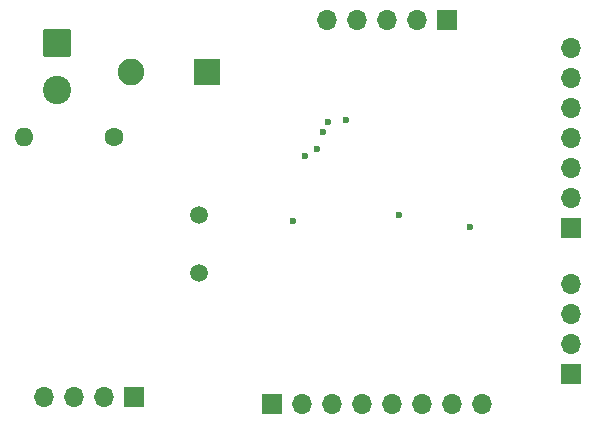
<source format=gbs>
G04 #@! TF.GenerationSoftware,KiCad,Pcbnew,8.0.8-8.0.8-0~ubuntu24.04.1*
G04 #@! TF.CreationDate,2025-08-03T14:05:13+02:00*
G04 #@! TF.ProjectId,atmega328,61746d65-6761-4333-9238-2e6b69636164,rev?*
G04 #@! TF.SameCoordinates,Original*
G04 #@! TF.FileFunction,Soldermask,Bot*
G04 #@! TF.FilePolarity,Negative*
%FSLAX46Y46*%
G04 Gerber Fmt 4.6, Leading zero omitted, Abs format (unit mm)*
G04 Created by KiCad (PCBNEW 8.0.8-8.0.8-0~ubuntu24.04.1) date 2025-08-03 14:05:13*
%MOMM*%
%LPD*%
G01*
G04 APERTURE LIST*
G04 Aperture macros list*
%AMRoundRect*
0 Rectangle with rounded corners*
0 $1 Rounding radius*
0 $2 $3 $4 $5 $6 $7 $8 $9 X,Y pos of 4 corners*
0 Add a 4 corners polygon primitive as box body*
4,1,4,$2,$3,$4,$5,$6,$7,$8,$9,$2,$3,0*
0 Add four circle primitives for the rounded corners*
1,1,$1+$1,$2,$3*
1,1,$1+$1,$4,$5*
1,1,$1+$1,$6,$7*
1,1,$1+$1,$8,$9*
0 Add four rect primitives between the rounded corners*
20,1,$1+$1,$2,$3,$4,$5,0*
20,1,$1+$1,$4,$5,$6,$7,0*
20,1,$1+$1,$6,$7,$8,$9,0*
20,1,$1+$1,$8,$9,$2,$3,0*%
G04 Aperture macros list end*
%ADD10R,1.700000X1.700000*%
%ADD11O,1.700000X1.700000*%
%ADD12C,1.500000*%
%ADD13RoundRect,0.250001X-0.949999X0.949999X-0.949999X-0.949999X0.949999X-0.949999X0.949999X0.949999X0*%
%ADD14C,2.400000*%
%ADD15R,2.250000X2.250000*%
%ADD16C,2.250000*%
%ADD17C,1.600000*%
%ADD18O,1.600000X1.600000*%
%ADD19C,0.600000*%
G04 APERTURE END LIST*
D10*
X152760000Y-90500000D03*
D11*
X155300000Y-90500000D03*
X157840000Y-90500000D03*
X160380000Y-90500000D03*
X162920000Y-90500000D03*
X165460000Y-90500000D03*
X168000000Y-90500000D03*
X170540000Y-90500000D03*
D10*
X141040000Y-89930000D03*
D11*
X138500000Y-89930000D03*
X135960000Y-89930000D03*
X133420000Y-89930000D03*
D10*
X178000000Y-75620000D03*
D11*
X178000000Y-73080000D03*
X178000000Y-70540000D03*
X178000000Y-68000000D03*
X178000000Y-65460000D03*
X178000000Y-62920000D03*
X178000000Y-60380000D03*
D12*
X146500000Y-74550000D03*
X146500000Y-79430000D03*
D13*
X134517500Y-59950000D03*
D14*
X134517500Y-63910000D03*
D10*
X167500000Y-58000000D03*
D11*
X164960000Y-58000000D03*
X162420000Y-58000000D03*
X159880000Y-58000000D03*
X157340000Y-58000000D03*
D10*
X178000000Y-88000000D03*
D11*
X178000000Y-85460000D03*
X178000000Y-82920000D03*
X178000000Y-80380000D03*
D15*
X147250000Y-62430000D03*
D16*
X140750000Y-62430000D03*
D17*
X139310000Y-67930000D03*
D18*
X131690000Y-67930000D03*
D19*
X154500000Y-75000000D03*
X169500000Y-75500000D03*
X155500000Y-69500000D03*
X156500000Y-68900000D03*
X157000000Y-67500000D03*
X163500000Y-74500000D03*
X159000000Y-66500000D03*
X157500000Y-66625000D03*
M02*

</source>
